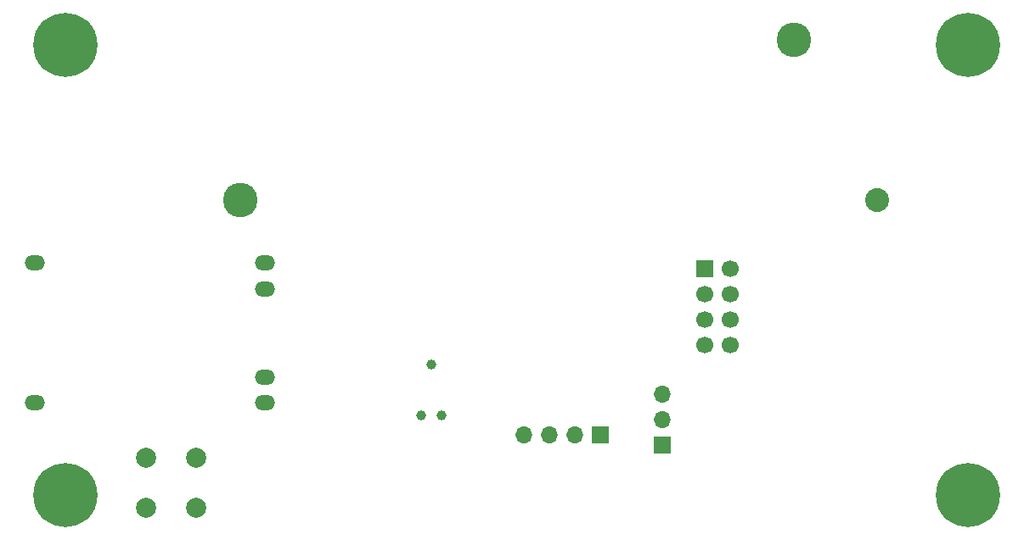
<source format=gbr>
%TF.GenerationSoftware,KiCad,Pcbnew,8.0.5-unknown-202409181836~355805756e~ubuntu24.04.1*%
%TF.CreationDate,2024-09-22T17:28:35+02:00*%
%TF.ProjectId,elevator_altimeter,656c6576-6174-46f7-925f-616c74696d65,rev?*%
%TF.SameCoordinates,Original*%
%TF.FileFunction,Soldermask,Bot*%
%TF.FilePolarity,Negative*%
%FSLAX46Y46*%
G04 Gerber Fmt 4.6, Leading zero omitted, Abs format (unit mm)*
G04 Created by KiCad (PCBNEW 8.0.5-unknown-202409181836~355805756e~ubuntu24.04.1) date 2024-09-22 17:28:35*
%MOMM*%
%LPD*%
G01*
G04 APERTURE LIST*
%ADD10C,3.450000*%
%ADD11C,2.390000*%
%ADD12C,0.800000*%
%ADD13C,6.400000*%
%ADD14O,2.000000X1.500000*%
%ADD15C,0.990600*%
%ADD16O,1.700000X1.700000*%
%ADD17R,1.700000X1.700000*%
%ADD18C,2.000000*%
%ADD19C,1.700000*%
G04 APERTURE END LIST*
D10*
%TO.C,BT1*%
X102600000Y-47000000D03*
D11*
X110930000Y-63000000D03*
D10*
X47400000Y-63000000D03*
%TD*%
D12*
%TO.C,H4*%
X117600000Y-47500000D03*
X118302944Y-45802944D03*
X118302944Y-49197056D03*
X120000000Y-45100000D03*
D13*
X120000000Y-47500000D03*
D12*
X120000000Y-49900000D03*
X121697056Y-45802944D03*
X121697056Y-49197056D03*
X122400000Y-47500000D03*
%TD*%
D14*
%TO.C,U5*%
X26900000Y-69300000D03*
X26900000Y-83300000D03*
X49900000Y-83300000D03*
X49900000Y-80700000D03*
X49900000Y-71900000D03*
X49900000Y-69300000D03*
%TD*%
D12*
%TO.C,H3*%
X27600000Y-47500000D03*
X28302944Y-45802944D03*
X28302944Y-49197056D03*
X30000000Y-45100000D03*
D13*
X30000000Y-47500000D03*
D12*
X30000000Y-49900000D03*
X31697056Y-45802944D03*
X31697056Y-49197056D03*
X32400000Y-47500000D03*
%TD*%
%TO.C,H2*%
X117600000Y-92500000D03*
X118302944Y-90802944D03*
X118302944Y-94197056D03*
X120000000Y-90100000D03*
D13*
X120000000Y-92500000D03*
D12*
X120000000Y-94900000D03*
X121697056Y-90802944D03*
X121697056Y-94197056D03*
X122400000Y-92500000D03*
%TD*%
D15*
%TO.C,J2*%
X65468000Y-84500000D03*
X67500000Y-84500000D03*
X66484000Y-79420000D03*
%TD*%
D12*
%TO.C,H1*%
X27600000Y-92500000D03*
X28302944Y-90802944D03*
X28302944Y-94197056D03*
X30000000Y-90100000D03*
D13*
X30000000Y-92500000D03*
D12*
X30000000Y-94900000D03*
X31697056Y-90802944D03*
X31697056Y-94197056D03*
X32400000Y-92500000D03*
%TD*%
D16*
%TO.C,J3*%
X75680000Y-86500000D03*
X78220000Y-86500000D03*
X80760000Y-86500000D03*
D17*
X83300000Y-86500000D03*
%TD*%
D18*
%TO.C,SW1*%
X43050000Y-93743743D03*
X38050000Y-93743743D03*
X43050000Y-88743743D03*
X38050000Y-88743743D03*
%TD*%
D17*
%TO.C,U2*%
X93710500Y-69875000D03*
D19*
X96250500Y-69875000D03*
X93710500Y-72415000D03*
X96250500Y-72415000D03*
X93710500Y-74955000D03*
X96250500Y-74955000D03*
X93710500Y-77495000D03*
X96250500Y-77495000D03*
%TD*%
D17*
%TO.C,J1*%
X89500000Y-87525000D03*
D16*
X89500000Y-84985000D03*
X89500000Y-82445000D03*
%TD*%
M02*

</source>
